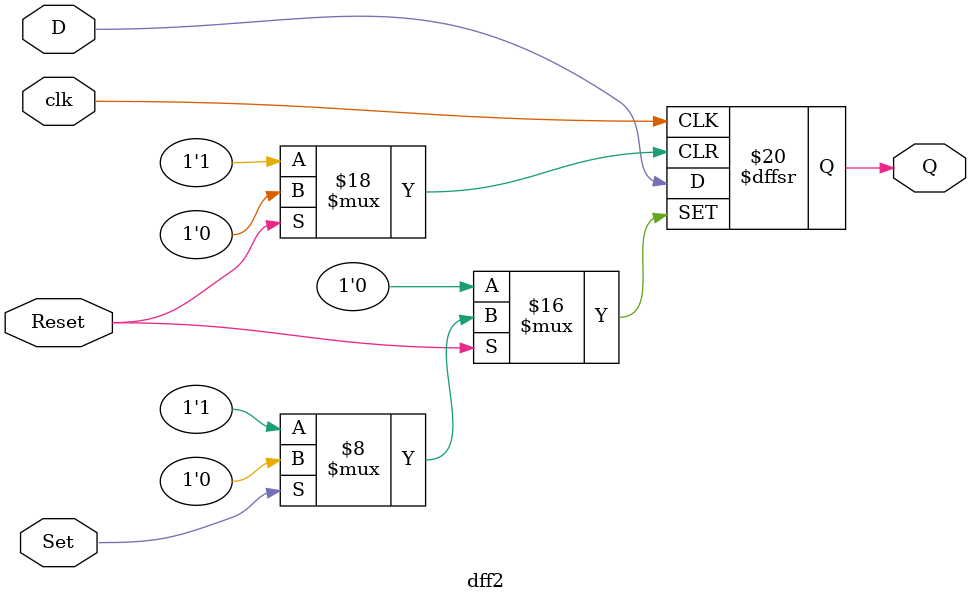
<source format=v>
`timescale 1ns / 1ps

module dff1(
    input CLK,
    input D,
    input Reset,
    input Set,
    output reg Q
    );
    always@(posedge CLK)   //Ê±ÖÓÐÅºÅÉÏÉýÑØµ½À´Ê±½øÈëÄ£¿é
            begin
            if(!Reset) Q<=1'b0;   //Èç¹ûResetµÍµçÆ½0
            else if(!Set) Q<=1'b1;  //Èç¹ûSetÎªµÍµçÆ½£¬ÔòÖÃ1
            else Q<=D;        //·ñÔò½«D¸³Öµ¸øQ
            end
endmodule

module dff2(
    input clk,
    input D,
    input Reset,
    input Set,
    output reg Q
    );
always@(posedge clk or negedge Reset or negedge Set)
begin
    if(!Reset) Q<=1'b0;
    else if(!Set) Q<=1'b1;
    else Q<=D;
end
endmodule

</source>
